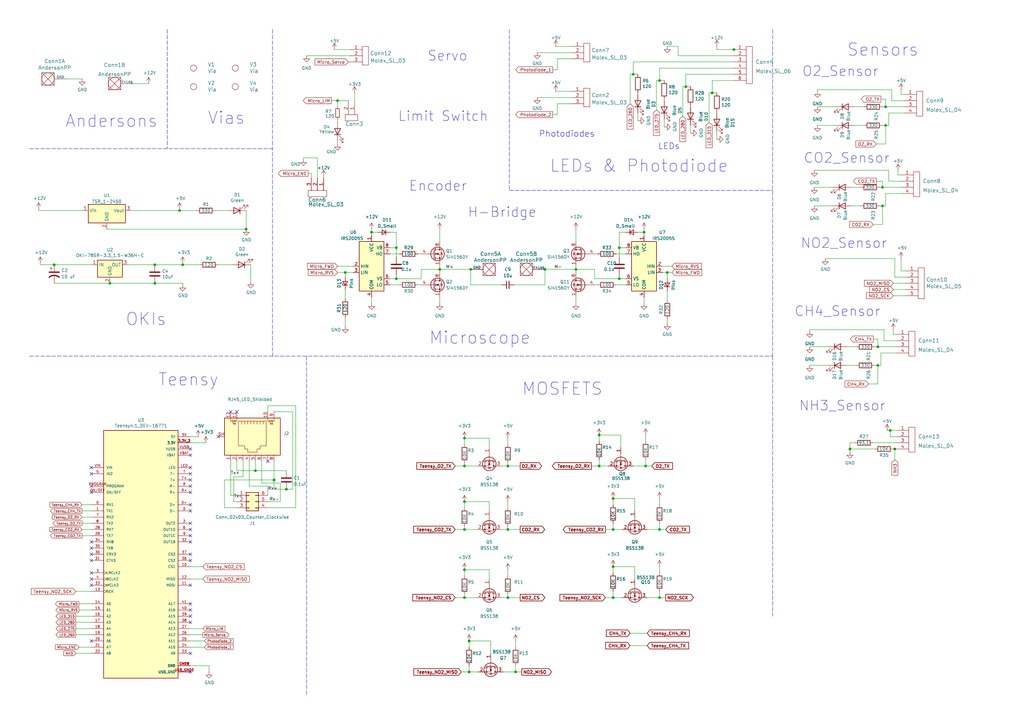
<source format=kicad_sch>
(kicad_sch (version 20211123) (generator eeschema)
  (paper "A3")
  (junction (at 254 114.3))
  (junction (at 45.085 116.205))
  (junction (at 22.225 108.585))
  (junction (at 245.745 191.135))
  (junction (at 270.51 245.11))
  (junction (at 208.28 191.135))
  (junction (at 190.5 205.74))
  (junction (at 236.22 110.49))
  (junction (at 251.46 245.11))
  (junction (at 300.99 20.32))
  (junction (at 117.475 200.66))
  (junction (at 193.04 110.49))
  (junction (at 152.4 95.25))
  (junction (at 361.95 76.835))
  (junction (at 281.305 35.56))
  (junction (at 211.455 275.59))
  (junction (at 138.43 41.275))
  (junction (at 251.46 232.41))
  (junction (at 360.045 149.86))
  (junction (at 273.685 111.76))
  (junction (at 73.66 86.36))
  (junction (at 363.22 51.435))
  (junction (at 162.56 101.6))
  (junction (at 363.22 43.815))
  (junction (at 270.51 33.02))
  (junction (at 63.5 116.205))
  (junction (at 100.965 93.98))
  (junction (at 180.34 110.49))
  (junction (at 264.795 191.135))
  (junction (at 104.775 193.04))
  (junction (at 190.5 191.135))
  (junction (at 361.95 84.455))
  (junction (at 190.5 179.705))
  (junction (at 251.46 217.17))
  (junction (at 254 101.6))
  (junction (at 348.615 184.15))
  (junction (at 270.51 217.17))
  (junction (at 141.605 111.76))
  (junction (at 192.405 262.89))
  (junction (at 190.5 245.11))
  (junction (at 63.5 108.585))
  (junction (at 74.93 108.585))
  (junction (at 190.5 233.68))
  (junction (at 245.745 178.435))
  (junction (at 365.125 176.53))
  (junction (at 367.03 184.15))
  (junction (at 208.28 217.17))
  (junction (at 208.28 245.11))
  (junction (at 292.1 38.1))
  (junction (at 190.5 217.17))
  (junction (at 192.405 275.59))
  (junction (at 264.16 95.25))
  (junction (at 162.56 114.3))
  (junction (at 251.46 204.47))
  (junction (at 112.395 196.85))
  (junction (at 360.045 142.24))
  (junction (at 223.52 110.49))
  (junction (at 259.715 30.48))
  (no_connect (at 78.105 252.73))
  (no_connect (at 78.105 247.65))
  (no_connect (at 37.465 240.03))
  (no_connect (at 78.105 229.87))
  (no_connect (at 94.615 168.91))
  (no_connect (at 97.155 168.91))
  (no_connect (at 78.105 250.19))
  (no_connect (at 37.465 194.31))
  (no_connect (at 37.465 201.93))
  (no_connect (at 78.105 227.33))
  (no_connect (at 78.105 191.77))
  (no_connect (at 78.105 207.01))
  (no_connect (at 78.105 222.25))
  (no_connect (at 37.465 224.79))
  (no_connect (at 37.465 191.77))
  (no_connect (at 37.465 262.89))
  (no_connect (at 78.105 184.15))
  (no_connect (at 78.105 201.93))
  (no_connect (at 37.465 237.49))
  (no_connect (at 78.105 186.69))
  (no_connect (at 78.105 214.63))
  (no_connect (at 78.105 196.85))
  (no_connect (at 37.465 199.39))
  (no_connect (at 78.105 219.71))
  (no_connect (at 78.105 194.31))
  (no_connect (at 78.105 209.55))
  (no_connect (at 78.105 255.27))
  (no_connect (at 78.105 240.03))
  (no_connect (at 109.855 189.23))
  (no_connect (at 78.105 275.59))
  (no_connect (at 78.105 217.17))
  (no_connect (at 89.535 179.07))
  (no_connect (at 37.465 222.25))
  (no_connect (at 78.105 267.97))
  (no_connect (at 37.465 227.33))
  (no_connect (at 37.465 234.95))
  (no_connect (at 78.105 199.39))
  (no_connect (at 37.465 229.87))
  (wire (pts (xy 172.72 114.3) (xy 172.72 110.49)))
  (wire (pts (xy 171.45 104.14) (xy 172.72 104.14)))
  (wire (pts (xy 74.93 108.585) (xy 81.915 108.585)))
  (wire (pts (xy 31.115 252.73) (xy 37.465 252.73)))
  (wire (pts (xy 369.57 38.735) (xy 369.57 36.83)))
  (wire (pts (xy 138.43 111.76) (xy 141.605 111.76)))
  (polyline (pts (xy 12.065 60.96) (xy 111.76 60.96)))
  (wire (pts (xy 192.405 273.05) (xy 192.405 275.59)))
  (wire (pts (xy 211.455 262.89) (xy 211.455 265.43)))
  (wire (pts (xy 358.14 92.075) (xy 361.95 92.075)))
  (wire (pts (xy 226.695 28.575) (xy 228.6 28.575)))
  (wire (pts (xy 121.285 208.28) (xy 121.285 166.37)))
  (wire (pts (xy 280.035 35.56) (xy 281.305 35.56)))
  (wire (pts (xy 280.035 47.625) (xy 280.035 35.56)))
  (wire (pts (xy 211.455 275.59) (xy 213.995 275.59)))
  (wire (pts (xy 112.395 168.91) (xy 120.015 168.91)))
  (wire (pts (xy 281.305 30.48) (xy 300.99 30.48)))
  (wire (pts (xy 211.455 273.05) (xy 211.455 275.59)))
  (wire (pts (xy 371.475 116.205) (xy 366.395 116.205)))
  (wire (pts (xy 83.82 265.43) (xy 78.105 265.43)))
  (wire (pts (xy 228.6 24.13) (xy 228.6 28.575)))
  (wire (pts (xy 254 114.3) (xy 243.84 114.3)))
  (wire (pts (xy 292.1 33.02) (xy 292.1 38.1)))
  (wire (pts (xy 92.075 196.85) (xy 112.395 196.85)))
  (wire (pts (xy 142.875 41.91) (xy 142.875 41.275)))
  (wire (pts (xy 180.34 110.49) (xy 180.34 111.76)))
  (wire (pts (xy 365.125 179.07) (xy 367.665 179.07)))
  (wire (pts (xy 208.28 179.705) (xy 208.28 182.245)))
  (wire (pts (xy 332.105 142.24) (xy 339.725 142.24)))
  (wire (pts (xy 228.6 42.545) (xy 228.6 46.99)))
  (wire (pts (xy 22.225 116.205) (xy 45.085 116.205)))
  (wire (pts (xy 242.57 191.135) (xy 245.745 191.135)))
  (wire (pts (xy 264.16 95.25) (xy 264.16 96.52)))
  (wire (pts (xy 31.115 260.35) (xy 37.465 260.35)))
  (wire (pts (xy 347.345 149.86) (xy 351.155 149.86)))
  (wire (pts (xy 332.105 135.255) (xy 332.105 135.89)))
  (wire (pts (xy 53.975 86.36) (xy 73.66 86.36)))
  (wire (pts (xy 205.74 191.135) (xy 208.28 191.135)))
  (wire (pts (xy 117.475 200.66) (xy 112.395 200.66)))
  (wire (pts (xy 248.285 245.11) (xy 251.46 245.11)))
  (wire (pts (xy 370.84 46.355) (xy 364.49 46.355)))
  (wire (pts (xy 363.22 40.64) (xy 363.22 43.815)))
  (wire (pts (xy 261.62 49.53) (xy 261.62 46.355)))
  (wire (pts (xy 180.34 93.98) (xy 180.34 99.06)))
  (wire (pts (xy 370.84 41.275) (xy 365.76 41.275)))
  (wire (pts (xy 33.655 214.63) (xy 37.465 214.63)))
  (wire (pts (xy 261.62 30.48) (xy 259.715 30.48)))
  (wire (pts (xy 94.615 203.2) (xy 94.615 189.23)))
  (wire (pts (xy 195.58 191.135) (xy 190.5 191.135)))
  (wire (pts (xy 45.085 116.205) (xy 63.5 116.205)))
  (wire (pts (xy 252.73 104.14) (xy 256.54 104.14)))
  (wire (pts (xy 236.22 109.22) (xy 236.22 110.49)))
  (wire (pts (xy 192.405 275.59) (xy 196.215 275.59)))
  (wire (pts (xy 107.315 198.12) (xy 107.315 189.23)))
  (wire (pts (xy 349.25 84.455) (xy 353.06 84.455)))
  (wire (pts (xy 138.43 41.275) (xy 138.43 43.815)))
  (polyline (pts (xy 68.58 12.065) (xy 68.58 60.96)))
  (wire (pts (xy 193.04 116.84) (xy 193.04 110.49)))
  (wire (pts (xy 228.6 24.13) (xy 234.315 24.13)))
  (wire (pts (xy 248.285 217.17) (xy 251.46 217.17)))
  (wire (pts (xy 193.04 116.84) (xy 205.74 116.84)))
  (wire (pts (xy 15.875 86.36) (xy 15.875 85.725)))
  (wire (pts (xy 254.635 178.435) (xy 245.745 178.435)))
  (wire (pts (xy 362.585 139.7) (xy 362.585 135.255)))
  (wire (pts (xy 294.005 20.32) (xy 300.99 20.32)))
  (wire (pts (xy 114.935 198.12) (xy 107.315 198.12)))
  (wire (pts (xy 37.465 207.01) (xy 33.655 207.01)))
  (wire (pts (xy 254 95.25) (xy 256.54 95.25)))
  (wire (pts (xy 273.685 130.81) (xy 273.685 132.715)))
  (wire (pts (xy 270.51 217.17) (xy 273.05 217.17)))
  (wire (pts (xy 97.155 208.28) (xy 92.075 208.28)))
  (wire (pts (xy 256.54 101.6) (xy 254 101.6)))
  (wire (pts (xy 294.005 57.15) (xy 294.005 53.975)))
  (wire (pts (xy 152.4 95.25) (xy 152.4 96.52)))
  (wire (pts (xy 190.5 233.68) (xy 190.5 236.22)))
  (wire (pts (xy 208.28 245.11) (xy 208.28 243.84)))
  (polyline (pts (xy 316.865 12.065) (xy 316.865 146.05)))
  (wire (pts (xy 360.045 149.86) (xy 358.775 149.86)))
  (wire (pts (xy 162.56 113.03) (xy 162.56 114.3)))
  (wire (pts (xy 371.475 111.125) (xy 369.57 111.125)))
  (wire (pts (xy 243.84 104.14) (xy 245.11 104.14)))
  (wire (pts (xy 273.685 119.38) (xy 273.685 123.19)))
  (wire (pts (xy 251.46 217.17) (xy 255.27 217.17)))
  (wire (pts (xy 208.28 233.68) (xy 208.28 236.22)))
  (wire (pts (xy 141.605 111.76) (xy 141.605 113.665)))
  (wire (pts (xy 172.72 110.49) (xy 180.34 110.49)))
  (wire (pts (xy 369.57 111.125) (xy 369.57 106.045)))
  (wire (pts (xy 208.28 217.17) (xy 213.36 217.17)))
  (wire (pts (xy 361.315 144.78) (xy 361.315 149.86)))
  (wire (pts (xy 160.02 104.14) (xy 163.83 104.14)))
  (wire (pts (xy 190.5 179.705) (xy 190.5 182.245)))
  (wire (pts (xy 78.105 257.81) (xy 83.185 257.81)))
  (wire (pts (xy 264.795 191.135) (xy 267.335 191.135)))
  (wire (pts (xy 358.775 142.24) (xy 360.045 142.24)))
  (wire (pts (xy 37.465 242.57) (xy 31.115 242.57)))
  (wire (pts (xy 278.13 19.05) (xy 278.13 22.86)))
  (wire (pts (xy 37.465 250.19) (xy 32.385 250.19)))
  (wire (pts (xy 200.66 183.515) (xy 200.66 179.705)))
  (wire (pts (xy 369.57 79.375) (xy 363.22 79.375)))
  (wire (pts (xy 254.635 183.515) (xy 254.635 178.435)))
  (wire (pts (xy 31.115 267.97) (xy 37.465 267.97)))
  (wire (pts (xy 290.83 38.1) (xy 292.1 38.1)))
  (wire (pts (xy 368.3 71.755) (xy 368.3 69.85)))
  (wire (pts (xy 125.73 22.86) (xy 143.51 22.86)))
  (wire (pts (xy 278.13 22.86) (xy 300.99 22.86)))
  (wire (pts (xy 95.885 205.74) (xy 95.885 195.58)))
  (wire (pts (xy 251.46 245.11) (xy 255.27 245.11)))
  (wire (pts (xy 348.615 181.61) (xy 348.615 184.15)))
  (wire (pts (xy 27.305 32.385) (xy 33.655 32.385)))
  (wire (pts (xy 245.745 191.135) (xy 249.555 191.135)))
  (wire (pts (xy 228.6 42.545) (xy 234.315 42.545)))
  (wire (pts (xy 254 101.6) (xy 254 105.41)))
  (wire (pts (xy 358.14 139.065) (xy 360.045 139.065)))
  (wire (pts (xy 259.715 25.4) (xy 300.99 25.4)))
  (wire (pts (xy 109.855 199.39) (xy 102.235 199.39)))
  (wire (pts (xy 270.51 245.11) (xy 265.43 245.11)))
  (wire (pts (xy 138.43 57.785) (xy 138.43 59.055)))
  (wire (pts (xy 33.655 219.71) (xy 37.465 219.71)))
  (wire (pts (xy 273.685 19.05) (xy 278.13 19.05)))
  (wire (pts (xy 259.715 25.4) (xy 259.715 30.48)))
  (wire (pts (xy 270.51 232.41) (xy 270.51 234.95)))
  (wire (pts (xy 138.43 41.275) (xy 142.875 41.275)))
  (wire (pts (xy 361.95 74.295) (xy 361.95 76.835)))
  (wire (pts (xy 84.455 181.61) (xy 78.105 181.61)))
  (wire (pts (xy 359.41 74.295) (xy 361.95 74.295)))
  (wire (pts (xy 283.21 43.815) (xy 283.21 43.18)))
  (wire (pts (xy 243.84 114.3) (xy 243.84 110.49)))
  (wire (pts (xy 292.1 33.02) (xy 300.99 33.02)))
  (wire (pts (xy 92.075 208.28) (xy 92.075 196.85)))
  (wire (pts (xy 281.305 30.48) (xy 281.305 35.56)))
  (wire (pts (xy 260.35 204.47) (xy 251.46 204.47)))
  (wire (pts (xy 236.22 110.49) (xy 223.52 110.49)))
  (wire (pts (xy 37.465 247.65) (xy 32.385 247.65)))
  (wire (pts (xy 132.715 73.025) (xy 132.715 72.39)))
  (wire (pts (xy 364.49 51.435) (xy 363.22 51.435)))
  (wire (pts (xy 112.395 200.66) (xy 112.395 196.85)))
  (wire (pts (xy 236.22 121.92) (xy 236.22 124.46)))
  (wire (pts (xy 210.82 116.84) (xy 223.52 116.84)))
  (wire (pts (xy 363.22 43.815) (xy 370.84 43.815)))
  (wire (pts (xy 130.175 64.77) (xy 124.46 64.77)))
  (wire (pts (xy 43.815 93.98) (xy 100.965 93.98)))
  (wire (pts (xy 152.4 93.98) (xy 152.4 95.25)))
  (wire (pts (xy 141.605 111.76) (xy 144.78 111.76)))
  (wire (pts (xy 335.28 51.435) (xy 342.9 51.435)))
  (wire (pts (xy 358.14 181.61) (xy 367.665 181.61)))
  (wire (pts (xy 31.115 257.81) (xy 37.465 257.81)))
  (wire (pts (xy 264.16 93.98) (xy 264.16 95.25)))
  (wire (pts (xy 272.415 41.275) (xy 272.415 40.64)))
  (wire (pts (xy 127.635 71.12) (xy 127.635 73.025)))
  (wire (pts (xy 200.66 179.705) (xy 190.5 179.705)))
  (wire (pts (xy 120.015 200.66) (xy 117.475 200.66)))
  (wire (pts (xy 109.855 203.2) (xy 109.855 199.39)))
  (wire (pts (xy 141.605 130.175) (xy 141.605 133.985)))
  (wire (pts (xy 121.285 166.37) (xy 109.855 166.37)))
  (wire (pts (xy 271.78 109.22) (xy 275.59 109.22)))
  (wire (pts (xy 200.66 205.74) (xy 190.5 205.74)))
  (wire (pts (xy 200.66 209.55) (xy 200.66 205.74)))
  (wire (pts (xy 112.395 196.85) (xy 112.395 189.23)))
  (polyline (pts (xy 111.76 12.065) (xy 111.76 146.05)))
  (wire (pts (xy 364.49 74.295) (xy 364.49 69.85)))
  (wire (pts (xy 137.16 20.32) (xy 143.51 20.32)))
  (wire (pts (xy 142.875 25.4) (xy 143.51 25.4)))
  (wire (pts (xy 258.445 259.715) (xy 265.43 259.715)))
  (wire (pts (xy 264.795 191.135) (xy 259.715 191.135)))
  (wire (pts (xy 186.69 245.11) (xy 190.5 245.11)))
  (wire (pts (xy 124.46 64.77) (xy 124.46 65.405)))
  (wire (pts (xy 359.41 59.055) (xy 363.22 59.055)))
  (wire (pts (xy 260.35 209.55) (xy 260.35 204.47)))
  (wire (pts (xy 348.615 184.15) (xy 358.775 184.15)))
  (wire (pts (xy 190.5 205.74) (xy 190.5 208.28)))
  (wire (pts (xy 130.175 64.77) (xy 130.175 73.025)))
  (wire (pts (xy 16.51 108.585) (xy 16.51 107.95)))
  (wire (pts (xy 208.28 205.74) (xy 208.28 208.28)))
  (wire (pts (xy 270.51 242.57) (xy 270.51 245.11)))
  (wire (pts (xy 102.235 189.23) (xy 102.235 199.39)))
  (wire (pts (xy 273.685 111.76) (xy 275.59 111.76)))
  (wire (pts (xy 270.51 217.17) (xy 265.43 217.17)))
  (wire (pts (xy 270.51 27.94) (xy 270.51 33.02)))
  (wire (pts (xy 138.43 48.895) (xy 138.43 50.165)))
  (wire (pts (xy 363.22 51.435) (xy 361.95 51.435)))
  (wire (pts (xy 261.62 38.735) (xy 261.62 38.1)))
  (wire (pts (xy 361.315 40.64) (xy 363.22 40.64)))
  (wire (pts (xy 95.885 195.58) (xy 99.695 195.58)))
  (wire (pts (xy 109.855 208.28) (xy 121.285 208.28)))
  (wire (pts (xy 367.665 137.16) (xy 366.395 137.16)))
  (polyline (pts (xy 208.915 12.065) (xy 208.915 78.105)))
  (wire (pts (xy 195.58 217.17) (xy 190.5 217.17)))
  (wire (pts (xy 360.045 139.065) (xy 360.045 142.24)))
  (wire (pts (xy 201.295 267.97) (xy 201.295 262.89)))
  (wire (pts (xy 261.62 95.25) (xy 264.16 95.25)))
  (wire (pts (xy 251.46 214.63) (xy 251.46 217.17)))
  (wire (pts (xy 85.725 273.05) (xy 85.725 275.59)))
  (wire (pts (xy 78.105 232.41) (xy 83.185 232.41)))
  (wire (pts (xy 254 101.6) (xy 254 95.25)))
  (wire (pts (xy 78.105 179.07) (xy 81.28 179.07)))
  (wire (pts (xy 208.28 191.135) (xy 208.28 189.865)))
  (wire (pts (xy 366.395 184.15) (xy 367.03 184.15)))
  (wire (pts (xy 272.415 52.07) (xy 272.415 48.895)))
  (wire (pts (xy 361.95 43.815) (xy 363.22 43.815)))
  (wire (pts (xy 348.615 184.15) (xy 348.615 185.42)))
  (wire (pts (xy 251.46 204.47) (xy 251.46 207.01)))
  (wire (pts (xy 104.775 193.04) (xy 117.475 193.04)))
  (wire (pts (xy 273.685 111.76) (xy 273.685 114.3)))
  (wire (pts (xy 162.56 101.6) (xy 162.56 105.41)))
  (wire (pts (xy 365.76 41.275) (xy 365.76 36.83)))
  (wire (pts (xy 97.155 205.74) (xy 95.885 205.74)))
  (wire (pts (xy 227.965 19.05) (xy 234.315 19.05)))
  (wire (pts (xy 141.605 122.555) (xy 141.605 118.745)))
  (wire (pts (xy 33.655 217.17) (xy 37.465 217.17)))
  (wire (pts (xy 294.005 46.355) (xy 294.005 45.72)))
  (wire (pts (xy 205.74 245.11) (xy 208.28 245.11)))
  (wire (pts (xy 371.475 118.745) (xy 366.395 118.745)))
  (wire (pts (xy 365.125 176.53) (xy 365.125 179.07)))
  (wire (pts (xy 356.235 157.48) (xy 360.045 157.48)))
  (wire (pts (xy 154.94 95.25) (xy 152.4 95.25)))
  (wire (pts (xy 256.54 116.84) (xy 252.73 116.84)))
  (wire (pts (xy 258.445 264.795) (xy 265.43 264.795)))
  (wire (pts (xy 369.57 71.755) (xy 368.3 71.755)))
  (wire (pts (xy 220.345 40.005) (xy 234.315 40.005)))
  (wire (pts (xy 88.265 86.36) (xy 93.345 86.36)))
  (wire (pts (xy 160.02 114.3) (xy 162.56 114.3)))
  (wire (pts (xy 367.03 184.15) (xy 367.03 188.595)))
  (wire (pts (xy 114.935 205.74) (xy 114.935 198.12)))
  (wire (pts (xy 192.405 262.89) (xy 192.405 265.43)))
  (wire (pts (xy 256.54 114.3) (xy 254 114.3)))
  (wire (pts (xy 83.185 237.49) (xy 78.105 237.49)))
  (wire (pts (xy 243.84 110.49) (xy 236.22 110.49)))
  (wire (pts (xy 227.965 37.465) (xy 234.315 37.465)))
  (wire (pts (xy 367.03 184.15) (xy 367.665 184.15)))
  (wire (pts (xy 200.66 237.49) (xy 200.66 233.68)))
  (wire (pts (xy 290.83 50.165) (xy 290.83 38.1)))
  (polyline (pts (xy 208.915 78.105) (xy 316.865 78.105)))
  (wire (pts (xy 362.585 135.255) (xy 332.105 135.255)))
  (wire (pts (xy 186.69 217.17) (xy 190.5 217.17)))
  (wire (pts (xy 201.295 262.89) (xy 192.405 262.89)))
  (wire (pts (xy 334.01 84.455) (xy 341.63 84.455)))
  (wire (pts (xy 236.22 93.98) (xy 236.22 99.06)))
  (wire (pts (xy 361.95 76.835) (xy 369.57 76.835)))
  (wire (pts (xy 97.155 203.2) (xy 94.615 203.2)))
  (wire (pts (xy 347.345 142.24) (xy 351.155 142.24)))
  (wire (pts (xy 100.965 86.36) (xy 100.965 93.98)))
  (wire (pts (xy 195.58 245.11) (xy 190.5 245.11)))
  (wire (pts (xy 367.03 113.665) (xy 367.03 106.045)))
  (wire (pts (xy 272.415 33.02) (xy 270.51 33.02)))
  (wire (pts (xy 245.745 178.435) (xy 245.745 180.975)))
  (wire (pts (xy 74.93 116.205) (xy 74.93 116.84)))
  (wire (pts (xy 16.51 108.585) (xy 22.225 108.585)))
  (wire (pts (xy 243.84 116.84) (xy 245.11 116.84)))
  (wire (pts (xy 350.52 43.815) (xy 354.33 43.815)))
  (wire (pts (xy 300.99 20.32) (xy 301.625 20.32)))
  (wire (pts (xy 180.34 121.92) (xy 180.34 124.46)))
  (wire (pts (xy 360.045 142.24) (xy 367.665 142.24)))
  (wire (pts (xy 208.28 191.135) (xy 213.36 191.135)))
  (wire (pts (xy 78.105 260.35) (xy 83.185 260.35)))
  (wire (pts (xy 160.02 101.6) (xy 162.56 101.6)))
  (wire (pts (xy 190.5 217.17) (xy 190.5 215.9)))
  (wire (pts (xy 138.43 109.22) (xy 144.78 109.22)))
  (wire (pts (xy 78.105 273.05) (xy 85.725 273.05)))
  (wire (pts (xy 245.745 188.595) (xy 245.745 191.135)))
  (wire (pts (xy 120.015 168.91) (xy 120.015 200.66)))
  (wire (pts (xy 180.34 109.22) (xy 180.34 110.49)))
  (wire (pts (xy 171.45 116.84) (xy 172.72 116.84)))
  (wire (pts (xy 334.01 76.835) (xy 341.63 76.835)))
  (wire (pts (xy 370.84 38.735) (xy 369.57 38.735)))
  (wire (pts (xy 15.875 86.36) (xy 33.655 86.36)))
  (wire (pts (xy 369.57 74.295) (xy 364.49 74.295)))
  (wire (pts (xy 264.795 188.595) (xy 264.795 191.135)))
  (wire (pts (xy 270.51 245.11) (xy 273.05 245.11)))
  (wire (pts (xy 73.66 85.725) (xy 73.66 86.36)))
  (wire (pts (xy 37.465 255.27) (xy 31.115 255.27)))
  (wire (pts (xy 363.22 84.455) (xy 361.95 84.455)))
  (wire (pts (xy 33.655 212.09) (xy 37.465 212.09)))
  (polyline (pts (xy 125.73 146.05) (xy 125.73 285.115)))
  (wire (pts (xy 135.89 41.275) (xy 138.43 41.275)))
  (wire (pts (xy 83.82 262.89) (xy 78.105 262.89)))
  (wire (pts (xy 97.155 189.23) (xy 97.155 193.04)))
  (wire (pts (xy 63.5 116.205) (xy 74.93 116.205)))
  (wire (pts (xy 22.225 108.585) (xy 37.465 108.585)))
  (wire (pts (xy 236.22 110.49) (xy 236.22 111.76)))
  (wire (pts (xy 152.4 121.92) (xy 152.4 124.46)))
  (wire (pts (xy 60.96 34.29) (xy 54.61 34.29)))
  (wire (pts (xy 283.21 35.56) (xy 281.305 35.56)))
  (wire (pts (xy 361.95 84.455) (xy 360.68 84.455)))
  (wire (pts (xy 186.69 191.135) (xy 190.5 191.135)))
  (wire (pts (xy 109.855 166.37) (xy 109.855 168.91)))
  (wire (pts (xy 350.52 181.61) (xy 348.615 181.61)))
  (wire (pts (xy 270.51 27.94) (xy 300.99 27.94)))
  (wire (pts (xy 271.78 111.76) (xy 273.685 111.76)))
  (wire (pts (xy 104.775 193.04) (xy 104.775 189.23)))
  (wire (pts (xy 162.56 101.6) (xy 162.56 95.25)))
  (wire (pts (xy 126.365 71.12) (xy 127.635 71.12)))
  (wire (pts (xy 269.24 33.02) (xy 270.51 33.02)))
  (wire (pts (xy 363.22 59.055) (xy 363.22 51.435)))
  (wire (pts (xy 365.125 176.53) (xy 367.665 176.53)))
  (wire (pts (xy 220.345 21.59) (xy 234.315 21.59)))
  (wire (pts (xy 367.03 106.045) (xy 338.455 106.045)))
  (wire (pts (xy 371.475 113.665) (xy 367.03 113.665)))
  (wire (pts (xy 371.475 121.285) (xy 366.395 121.285)))
  (wire (pts (xy 292.1 38.1) (xy 294.005 38.1)))
  (wire (pts (xy 211.455 275.59) (xy 206.375 275.59)))
  (wire (pts (xy 349.25 76.835) (xy 353.06 76.835)))
  (wire (pts (xy 251.46 232.41) (xy 251.46 234.95)))
  (wire (pts (xy 200.66 233.68) (xy 190.5 233.68)))
  (wire (pts (xy 73.66 86.36) (xy 80.645 86.36)))
  (wire (pts (xy 360.045 157.48) (xy 360.045 149.86)))
  (wire (pts (xy 160.02 116.84) (xy 163.83 116.84)))
  (wire (pts (xy 145.415 38.1) (xy 145.415 41.91)))
  (wire (pts (xy 283.21 54.61) (xy 283.21 51.435)))
  (wire (pts (xy 208.28 217.17) (xy 208.28 215.9)))
  (wire (pts (xy 190.5 191.135) (xy 190.5 189.865)))
  (wire (pts (xy 294.005 20.32) (xy 294.005 19.05)))
  (wire (pts (xy 189.23 275.59) (xy 192.405 275.59)))
  (wire (pts (xy 365.76 36.83) (xy 335.28 36.83)))
  (wire (pts (xy 367.665 144.78) (xy 361.315 144.78)))
  (wire (pts (xy 335.28 36.83) (xy 335.28 37.465)))
  (wire (pts (xy 270.51 214.63) (xy 270.51 217.17)))
  (wire (pts (xy 37.465 265.43) (xy 32.385 265.43)))
  (wire (pts (xy 99.695 195.58) (xy 99.695 189.23)))
  (wire (pts (xy 162.56 114.3) (xy 172.72 114.3)))
  (wire (pts (xy 226.695 46.99) (xy 228.6 46.99)))
  (wire (pts (xy 350.52 51.435) (xy 354.33 51.435)))
  (wire (pts (xy 363.22 79.375) (xy 363.22 84.455)))
  (wire (pts (xy 97.155 193.04) (xy 104.775 193.04)))
  (wire (pts (xy 269.24 45.085) (xy 269.24 33.02)))
  (wire (pts (xy 367.665 139.7) (xy 362.585 139.7)))
  (wire (pts (xy 361.315 149.86) (xy 360.045 149.86)))
  (wire (pts (xy 361.95 92.075) (xy 361.95 84.455)))
  (wire (pts (xy 264.16 121.92) (xy 264.16 124.46)))
  (wire (pts (xy 360.68 76.835) (xy 361.95 76.835)))
  (wire (pts (xy 190.5 245.11) (xy 190.5 243.84)))
  (wire (pts (xy 180.34 110.49) (xy 193.04 110.49)))
  (wire (pts (xy 258.445 30.48) (xy 259.715 30.48)))
  (wire (pts (xy 63.5 108.585) (xy 74.93 108.585)))
  (wire (pts (xy 270.51 204.47) (xy 270.51 207.01)))
  (wire (pts (xy 260.35 232.41) (xy 251.46 232.41)))
  (wire (pts (xy 89.535 108.585) (xy 95.25 108.585)))
  (wire (pts (xy 335.28 43.815) (xy 342.9 43.815)))
  (wire (pts (xy 74.93 108.585) (xy 74.93 107.95)))
  (wire (pts (xy 332.105 149.86) (xy 339.725 149.86)))
  (polyline (pts (xy 12.065 146.05) (xy 316.865 146.05)))
  (wire (pts (xy 366.395 137.16) (xy 366.395 135.255)))
  (wire (pts (xy 364.49 69.85) (xy 334.01 69.85)))
  (wire (pts (xy 364.49 46.355) (xy 364.49 51.435)))
  (wire (pts (xy 363.855 176.53) (xy 365.125 176.53)))
  (polyline (pts (xy 316.865 146.05) (xy 316.865 252.73)))
  (wire (pts (xy 33.655 209.55) (xy 37.465 209.55)))
  (wire (pts (xy 254 113.03) (xy 254 114.3)))
  (wire (pts (xy 264.795 178.435) (xy 264.795 180.975)))
  (wire (pts (xy 52.705 108.585) (xy 63.5 108.585)))
  (wire (pts (xy 258.445 42.545) (xy 258.445 30.48)))
  (wire (pts (xy 223.52 116.84) (xy 223.52 110.49)))
  (wire (pts (xy 208.28 245.11) (xy 213.36 245.11)))
  (wire (pts (xy 102.87 108.585) (xy 102.87 115.57)))
  (wire (pts (xy 260.35 237.49) (xy 260.35 232.41)))
  (wire (pts (xy 205.74 217.17) (xy 208.28 217.17)))
  (wire (pts (xy 162.56 95.25) (xy 160.02 95.25)))
  (wire (pts (xy 109.855 205.74) (xy 114.935 205.74)))
  (wire (pts (xy 251.46 242.57) (xy 251.46 245.11)))
  (text "CO2_Sensor" (at 329.565 67.31 0) (effects (font (size 4 4)) (justify left bottom)))
  (text "Teensy" (at 64.77 158.75 0) (effects (font (size 5.0038 5.0038)) (justify left bottom)))
  (text "Vias" (at 85.09 51.435 0) (effects (font (size 5.0038 5.0038)) (justify left bottom)))
  (text "Microscope" (at 175.895 141.605 0) (effects (font (size 5 5)) (justify left bottom)))
  (text "Servo" (at 175.26 25.4 0) (effects (font (size 4 4)) (justify left bottom)))
  (text "CH4_Sensor" (at 325.755 130.175 0) (effects (font (size 4 4)) (justify left bottom)))
  (text "Sensors" (at 347.345 23.495 0) (effects (font (size 5.0038 5.0038)) (justify left bottom)))
  (text "Encoder" (at 167.64 78.74 0) (effects (font (size 4 4)) (justify left bottom)))
  (text "MOSFETS" (at 213.995 162.56 0) (effects (font (size 5 5)) (justify left bottom)))
  (text "Photodiodes" (at 220.98 56.515 0) (effects (font (size 2.5 2.5)) (justify left bottom)))
  (text "LEDs" (at 269.875 61.595 0) (effects (font (size 2.4892 2.4892)) (justify left bottom)))
  (text "OKIs" (at 51.435 133.985 0) (effects (font (size 5.0038 5.0038)) (justify left bottom)))
  (text "NO2_Sensor" (at 328.295 102.235 0) (effects (font (size 4 4)) (justify left bottom)))
  (text "Andersons" (at 26.67 52.705 0) (effects (font (size 5.0038 5.0038)) (justify left bottom)))
  (text "NH3_Sensor" (at 327.66 168.91 0) (effects (font (size 4 4)) (justify left bottom)))
  (text "LEDs & Photodiode" (at 225.425 71.12 0) (effects (font (size 5.0038 5.0038)) (justify left bottom)))
  (text "H-Bridge" (at 191.77 89.535 0) (effects (font (size 4 4)) (justify left bottom)))
  (text "O2_Sensor" (at 328.93 31.75 0) (effects (font (size 4 4)) (justify left bottom)))
  (text "Limit Switch" (at 163.195 50.165 0) (effects (font (size 4 4)) (justify left bottom)))
  (label "Tx-" (at 95.885 204.47 0))
  (label "Tx+" (at 94.615 194.945 0))
  (label "Rx+" (at 109.855 201.295 0))
  (label "M+" (at 182.88 110.49 0))
  (label "M-" (at 227.33 110.49 0))
  (label "Rx-" (at 110.49 205.74 0))
  (global_label "LED_280" (shape input) (at 280.035 47.625 270) (property "Intersheet References" "${INTERSHEET_REFS}" (effects hide)))
  (global_label "Teensy_O2_TX" (shape output) (at 33.655 214.63 180) (effects (font (size 0.9906 0.9906))) (property "Intersheet References" "${INTERSHEET_REFS}" (effects hide)))
  (global_label "Photodiode_1" (shape input) (at 83.82 265.43 0) (effects (font (size 0.9906 0.9906))) (property "Intersheet References" "${INTERSHEET_REFS}" (effects hide)))
  (global_label "CO2_RX" (shape input) (at 358.14 92.075 180) (property "Intersheet References" "${INTERSHEET_REFS}" (effects hide)))
  (global_label "Teensy_NO2_CS" (shape input) (at 83.185 232.41 0) (property "Intersheet References" "${INTERSHEET_REFS}" (effects hide)))
  (global_label "Photodiode_1" (shape output) (at 226.695 28.575 180) (property "Intersheet References" "${INTERSHEET_REFS}" (effects hide)))
  (global_label "Teensy_NO2_SCK" (shape input) (at 248.285 245.11 180) (effects (font bold)) (property "Intersheet References" "${INTERSHEET_REFS}" (effects hide)))
  (global_label "Teensy_CO2_RX" (shape input) (at 33.655 217.17 180) (effects (font (size 0.9906 0.9906))) (property "Intersheet References" "${INTERSHEET_REFS}" (effects hide)))
  (global_label "Teensy_NO2_CS" (shape input) (at 186.69 245.11 180) (effects (font bold)) (property "Intersheet References" "${INTERSHEET_REFS}" (effects hide)))
  (global_label "LED_275" (shape output) (at 31.115 257.81 180) (effects (font (size 0.9906 0.9906))) (property "Intersheet References" "${INTERSHEET_REFS}" (effects hide)))
  (global_label "Teensy_NO2_MISO" (shape input) (at 189.23 275.59 180) (effects (font bold)) (property "Intersheet References" "${INTERSHEET_REFS}" (effects hide)))
  (global_label "Micro_Servo" (shape output) (at 83.185 260.35 0) (effects (font (size 1 1))) (property "Intersheet References" "${INTERSHEET_REFS}" (effects hide)))
  (global_label "Teensy_NO2_MISO" (shape input) (at 83.185 237.49 0) (property "Intersheet References" "${INTERSHEET_REFS}" (effects hide)))
  (global_label "NO2_CS" (shape output) (at 213.36 245.11 0) (effects (font bold)) (property "Intersheet References" "${INTERSHEET_REFS}" (effects hide)))
  (global_label "Micro_RVS" (shape output) (at 32.385 250.19 180) (effects (font (size 1 1))) (property "Intersheet References" "${INTERSHEET_REFS}" (effects hide)))
  (global_label "Micro_LIM" (shape output) (at 135.89 41.275 180) (property "Intersheet References" "${INTERSHEET_REFS}" (effects hide)))
  (global_label "Teensy_NO2_SCK" (shape input) (at 31.115 242.57 180) (property "Intersheet References" "${INTERSHEET_REFS}" (effects hide)))
  (global_label "CH4_TX" (shape output) (at 358.14 139.065 180) (property "Intersheet References" "${INTERSHEET_REFS}" (effects hide)))
  (global_label "Teensy_CH4_RX" (shape input) (at 33.655 207.01 180) (effects (font (size 0.9906 0.9906))) (property "Intersheet References" "${INTERSHEET_REFS}" (effects hide)))
  (global_label "Teensy_CH4_TX" (shape output) (at 33.655 209.55 180) (effects (font (size 0.9906 0.9906))) (property "Intersheet References" "${INTERSHEET_REFS}" (effects hide)))
  (global_label "Micro_RVS" (shape input) (at 138.43 111.76 180) (property "Intersheet References" "${INTERSHEET_REFS}" (effects hide)))
  (global_label "CH4_RX" (shape input) (at 356.235 157.48 180) (property "Intersheet References" "${INTERSHEET_REFS}" (effects hide)))
  (global_label "Micro_FWD" (shape input) (at 138.43 109.22 180) (property "Intersheet References" "${INTERSHEET_REFS}" (effects hide)))
  (global_label "NO2_MISO" (shape input) (at 366.395 116.205 180) (property "Intersheet References" "${INTERSHEET_REFS}" (effects hide)))
  (global_label "CO2_TX" (shape output) (at 359.41 74.295 180) (property "Intersheet References" "${INTERSHEET_REFS}" (effects hide)))
  (global_label "Teensy_CO2_TX" (shape output) (at 33.655 219.71 180) (effects (font (size 0.9906 0.9906))) (property "Intersheet References" "${INTERSHEET_REFS}" (effects hide)))
  (global_label "NO2_CS" (shape input) (at 366.395 118.745 180) (property "Intersheet References" "${INTERSHEET_REFS}" (effects hide)))
  (global_label "Teensy_CO2_TX" (shape input) (at 186.69 217.17 180) (effects (font bold)) (property "Intersheet References" "${INTERSHEET_REFS}" (effects hide)))
  (global_label "Photodiode_2" (shape input) (at 83.82 262.89 0) (effects (font (size 0.9906 0.9906))) (property "Intersheet References" "${INTERSHEET_REFS}" (effects hide)))
  (global_label "Micro_RVS" (shape input) (at 275.59 109.22 0) (property "Intersheet References" "${INTERSHEET_REFS}" (effects hide)))
  (global_label "Micro_FWD" (shape input) (at 275.59 111.76 0) (property "Intersheet References" "${INTERSHEET_REFS}" (effects hide)))
  (global_label "Teensy_CH4_RX" (shape input) (at 265.43 259.715 0) (effects (font (thickness 0.254) bold)) (property "Intersheet References" "${INTERSHEET_REFS}" (effects hide)))
  (global_label "Micro_FWD" (shape output) (at 32.385 247.65 180) (effects (font (size 1 1))) (property "Intersheet References" "${INTERSHEET_REFS}" (effects hide)))
  (global_label "O2_TX" (shape input) (at 267.335 191.135 0) (effects (font bold)) (property "Intersheet References" "${INTERSHEET_REFS}" (effects hide)))
  (global_label "NH3" (shape input) (at 31.115 267.97 180) (effects (font (size 1 1))) (property "Intersheet References" "${INTERSHEET_REFS}" (effects hide)))
  (global_label "Micro_LIM" (shape input) (at 83.185 257.81 0) (effects (font (size 1 1))) (property "Intersheet References" "${INTERSHEET_REFS}" (effects hide)))
  (global_label "O2_TX" (shape output) (at 361.315 40.64 180) (property "Intersheet References" "${INTERSHEET_REFS}" (effects hide)))
  (global_label "Teensy_CO2_RX" (shape output) (at 248.285 217.17 180) (effects (font bold)) (property "Intersheet References" "${INTERSHEET_REFS}" (effects hide)))
  (global_label "NH3" (shape input) (at 367.03 188.595 270) (property "Intersheet References" "${INTERSHEET_REFS}" (effects hide)))
  (global_label "Teensy_O2_RX" (shape output) (at 242.57 191.135 180) (effects (font bold)) (property "Intersheet References" "${INTERSHEET_REFS}" (effects hide)))
  (global_label "O2_RX" (shape output) (at 213.36 191.135 0) (effects (font bold)) (property "Intersheet References" "${INTERSHEET_REFS}" (effects hide)))
  (global_label "LED_275" (shape input) (at 269.24 45.085 270) (property "Intersheet References" "${INTERSHEET_REFS}" (effects hide)))
  (global_label "CH4_TX" (shape input) (at 258.445 259.715 180) (effects (font (thickness 0.254) bold)) (property "Intersheet References" "${INTERSHEET_REFS}" (effects hide)))
  (global_label "LED_260" (shape output) (at 31.115 260.35 180) (effects (font (size 0.9906 0.9906))) (property "Intersheet References" "${INTERSHEET_REFS}" (effects hide)))
  (global_label "LED_280" (shape output) (at 31.115 255.27 180) (effects (font (size 0.9906 0.9906))) (property "Intersheet References" "${INTERSHEET_REFS}" (effects hide)))
  (global_label "LED_315" (shape input) (at 290.83 50.165 270) (property "Intersheet References" "${INTERSHEET_REFS}" (effects hide)))
  (global_label "CO2_TX" (shape input) (at 273.05 217.17 0) (effects (font bold)) (property "Intersheet References" "${INTERSHEET_REFS}" (effects hide)))
  (global_label "CH4_RX" (shape input) (at 258.445 264.795 180) (effects (font (thickness 0.254) bold)) (property "Intersheet References" "${INTERSHEET_REFS}" (effects hide)))
  (global_label "Teensy_CH4_TX" (shape input) (at 265.43 264.795 0) (effects (font (thickness 0.254) bold)) (property "Intersheet References" "${INTERSHEET_REFS}" (effects hide)))
  (global_label "LED_315" (shape output) (at 31.115 252.73 180) (effects (font (size 0.9906 0.9906))) (property "Intersheet References" "${INTERSHEET_REFS}" (effects hide)))
  (global_label "Micro_ENC" (shape output) (at 126.365 71.12 180) (property "Intersheet References" "${INTERSHEET_REFS}" (effects hide)))
  (global_label "O2_RX" (shape input) (at 359.41 59.055 180) (property "Intersheet References" "${INTERSHEET_REFS}" (effects hide)))
  (global_label "NO2_MISO" (shape output) (at 213.995 275.59 0) (effects (font bold)) (property "Intersheet References" "${INTERSHEET_REFS}" (effects hide)))
  (global_label "Micro_Servo" (shape input) (at 142.875 25.4 180) (property "Intersheet References" "${INTERSHEET_REFS}" (effects hide)))
  (global_label "LED_260" (shape input) (at 258.445 42.545 270) (property "Intersheet References" "${INTERSHEET_REFS}" (effects hide)))
  (global_label "Teensy_O2_RX" (shape input) (at 33.655 212.09 180) (effects (font (size 0.9906 0.9906))) (property "Intersheet References" "${INTERSHEET_REFS}" (effects hide)))
  (global_label "Micro_ENC" (shape input) (at 32.385 265.43 180) (effects (font (size 1 1))) (property "Intersheet References" "${INTERSHEET_REFS}" (effects hide)))
  (global_label "Photodiode_2" (shape output) (at 226.695 46.99 180) (property "Intersheet References" "${INTERSHEET_REFS}" (effects hide)))
  (global_label "CO2_RX" (shape output) (at 213.36 217.17 0) (effects (font bold)) (property "Intersheet References" "${INTERSHEET_REFS}" (effects hide)))
  (global_label "NO2_SCK" (shape input) (at 366.395 121.285 180) (property "Intersheet References" "${INTERSHEET_REFS}" (effects hide)))
  (global_label "NO2_SCK" (shape output) (at 273.05 245.11 0) (effects (font bold)) (property "Intersheet References" "${INTERSHEET_REFS}" (effects hide)))
  (global_label "Teensy_O2_TX" (shape input) (at 186.69 191.135 180) (effects (font bold)) (property "Intersheet References" "${INTERSHEET_REFS}" (effects hide)))
  (symbol (lib_id "MRDT_Connectors:AndersonPP") (at 17.145 34.925 0) (unit 1)
    (property "Reference" "Conn1" (at 22.4282 25.0952 0) (effects (font (size 1.524 1.524))))
    (property "Value" "AndersonPP" (at 22.4282 27.7876 0) (effects (font (size 1.524 1.524))))
    (property "Footprint" "MRDT_Connectors:Square_Anderson_2_H_Side_By_Side" (effects hide))
  )
  (symbol (lib_id "power:+5V") (at 73.66 85.725 0) (unit 1)
    (property "Reference" "#PWR04" (effects hide))
    (property "Value" "+5V" (at 74.041 81.3308 0))
  )
  (symbol (lib_id "power:+3V3") (at 74.93 107.95 0) (unit 1)
    (property "Reference" "#PWR06" (effects hide))
    (property "Value" "+3V3" (at 75.311 103.5558 0))
  )
  (symbol (lib_id "MRDT_Drill_Holes:Via") (at 79.375 27.94 0) (unit 1)
    (property "Reference" "V1" (at 85.1662 26.4668 0) (effects (font (size 1.524 1.524)) (justify left)))
    (property "Value" "Via" (at 85.1662 29.1592 0) (effects (font (size 1.524 1.524)) (justify left)))
    (property "Footprint" "MRDT_Drill_Holes:4_40_Hole" (effects hide))
  )
  (symbol (lib_id "power:+12V") (at 60.96 34.29 0) (unit 1)
    (property "Reference" "#PWR08" (effects hide))
    (property "Value" "+12V" (at 61.341 29.8958 0))
  )
  (symbol (lib_id "power:GND") (at 33.655 32.385 0) (unit 1)
    (property "Reference" "#PWR03" (effects hide))
    (property "Value" "GND" (at 33.782 36.7792 0))
  )
  (symbol (lib_id "MRDT_Drill_Holes:Via") (at 96.52 27.94 0) (unit 1)
    (property "Reference" "V3" (at 102.3112 26.4668 0) (effects (font (size 1.524 1.524)) (justify left)))
    (property "Value" "Via" (at 102.3112 29.1592 0) (effects (font (size 1.524 1.524)) (justify left)))
    (property "Footprint" "MRDT_Drill_Holes:4_40_Hole" (effects hide))
  )
  (symbol (lib_id "MRDT_Drill_Holes:Via") (at 79.375 35.56 0) (unit 1)
    (property "Reference" "V2" (at 85.1662 34.0868 0) (effects (font (size 1.524 1.524)) (justify left)))
    (property "Value" "Via" (at 85.1662 36.7792 0) (effects (font (size 1.524 1.524)) (justify left)))
    (property "Footprint" "MRDT_Drill_Holes:4_40_Hole" (effects hide))
  )
  (symbol (lib_id "MRDT_Drill_Holes:Via") (at 96.52 35.56 0) (unit 1)
    (property "Reference" "V4" (at 102.3112 34.0868 0) (effects (font (size 1.524 1.524)) (justify left)))
    (property "Value" "Via" (at 102.3112 36.7792 0) (effects (font (size 1.524 1.524)) (justify left)))
    (property "Footprint" "MRDT_Drill_Holes:4_40_Hole" (effects hide))
  )
  (symbol (lib_id "Converter_DCDC:OKI-78SR-3.3_1.5-W36H-C") (at 45.085 108.585 0) (unit 1)
    (property "Reference" "U2" (at 45.085 102.4382 0))
    (property "Value" "OKI-78SR-3.3_1.5-W36H-C" (at 45.085 104.7496 0))
    (property "Footprint" "MRDT_Devices:OKI_Horizontal" (effects hide))
    (property "Datasheet" "https://power.murata.com/data/power/oki-78sr.pdf" (effects hide))
  )
  (symbol (lib_id "Device:C") (at 63.5 112.395 0) (unit 1)
    (property "Reference" "C4" (at 66.421 111.2266 0) (effects (justify left)))
    (property "Value" "10uF" (at 66.421 113.538 0) (effects (justify left)))
    (property "Footprint" "Capacitor_SMD:C_0603_1608Metric_Pad1.08x0.95mm_HandSolder" (effects hide))
  )
  (symbol (lib_id "power:+12V") (at 15.875 85.725 0) (unit 1)
    (property "Reference" "#PWR01" (effects hide))
    (property "Value" "+12V" (at 16.256 81.3308 0))
  )
  (symbol (lib_id "power:+12V") (at 16.51 107.95 0) (unit 1)
    (property "Reference" "#PWR02" (effects hide))
    (property "Value" "+12V" (at 16.891 103.5558 0))
  )
  (symbol (lib_id "power:GND") (at 74.93 116.84 0) (unit 1)
    (property "Reference" "#PWR07" (effects hide))
    (property "Value" "GND" (at 75.057 121.2342 0))
  )
  (symbol (lib_id "Device:R") (at 84.455 86.36 270) (unit 1)
    (property "Reference" "R1" (at 84.455 83.82 90))
    (property "Value" "330" (at 84.455 86.36 90))
    (property "Footprint" "Resistor_SMD:R_0603_1608Metric_Pad0.98x0.95mm_HandSolder" (effects hide))
  )
  (symbol (lib_id "Device:R") (at 85.725 108.585 270) (unit 1)
    (property "Reference" "R2" (at 85.725 106.045 90))
    (property "Value" "120" (at 85.725 108.585 90))
    (property "Footprint" "Resistor_SMD:R_0603_1608Metric_Pad0.98x0.95mm_HandSolder" (effects hide))
  )
  (symbol (lib_id "Device:LED") (at 97.155 86.36 180) (unit 1)
    (property "Reference" "D1" (at 97.3328 79.883 0))
    (property "Value" "Green" (at 97.3328 82.1944 0))
    (property "Footprint" "LED_SMD:LED_0603_1608Metric_Pad1.05x0.95mm_HandSolder" (effects hide))
  )
  (symbol (lib_id "Device:LED") (at 99.06 108.585 180) (unit 1)
    (property "Reference" "D2" (at 99.2378 102.108 0))
    (property "Value" "Green" (at 99.2378 104.4194 0))
    (property "Footprint" "LED_SMD:LED_0603_1608Metric_Pad1.05x0.95mm_HandSolder" (effects hide))
  )
  (symbol (lib_id "power:GND") (at 100.965 93.98 0) (unit 1)
    (property "Reference" "#PWR09" (effects hide))
    (property "Value" "GND" (at 101.092 98.3742 0))
  )
  (symbol (lib_id "power:GND") (at 102.87 115.57 0) (unit 1)
    (property "Reference" "#PWR010" (effects hide))
    (property "Value" "GND" (at 102.997 119.9642 0))
  )
  (symbol (lib_id "Device:LED") (at 283.21 47.625 90) (unit 1)
    (property "Reference" "D10" (at 289.687 47.8028 0))
    (property "Value" "Blue" (at 287.3756 47.8028 0))
    (property "Footprint" "LED_SMD:LED_0603_1608Metric_Pad1.05x0.95mm_HandSolder" (effects hide))
  )
  (symbol (lib_id "Device:D_Small") (at 157.48 95.25 0) (mirror y) (unit 1)
    (property "Reference" "D11" (at 158.75 90.17 0))
    (property "Value" "D_Small" (at 158.75 92.71 0))
    (property "Footprint" "Diode_SMD:D_0603_1608Metric_Pad1.05x0.95mm_HandSolder" (effects hide))
  )
  (symbol (lib_id "Device:LED") (at 272.415 45.085 90) (unit 1)
    (property "Reference" "D5" (at 278.892 45.2628 0))
    (property "Value" "Blue" (at 276.5806 45.2628 0))
    (property "Footprint" "LED_SMD:LED_0603_1608Metric_Pad1.05x0.95mm_HandSolder" (effects hide))
  )
  (symbol (lib_id "Device:LED") (at 345.44 84.455 0) (unit 1)
    (property "Reference" "D7" (at 344.17 88.265 90))
    (property "Value" "Blue" (at 346.71 88.265 90))
    (property "Footprint" "LED_SMD:LED_0603_1608Metric_Pad1.05x0.95mm_HandSolder" (effects hide))
  )
  (symbol (lib_id "power:+3V3") (at 192.405 262.89 0) (unit 1)
    (property "Reference" "#PWR029" (effects hide))
    (property "Value" "+3V3" (at 192.405 257.81 0))
  )
  (symbol (lib_id "Device:LED") (at 138.43 53.975 90) (unit 1)
    (property "Reference" "D4" (at 133.985 52.07 90))
    (property "Value" "Yellow" (at 133.985 53.975 90))
    (property "Footprint" "LED_SMD:LED_0603_1608Metric_Pad1.05x0.95mm_HandSolder" (effects hide))
  )
  (symbol (lib_id "power:+5V") (at 369.57 106.045 0) (unit 1)
    (property "Reference" "#PWR056" (effects hide))
    (property "Value" "+5V" (at 369.951 101.6508 0))
  )
  (symbol (lib_id "Device:R") (at 192.405 269.24 0) (unit 1)
    (property "Reference" "R12" (at 193.675 267.97 0) (effects (justify left)))
    (property "Value" "10K" (at 192.405 271.78 90) (effects (justify left)))
    (property "Footprint" "Resistor_SMD:R_0603_1608Metric_Pad0.98x0.95mm_HandSolder" (effects hide))
  )
  (symbol (lib_id "Transistor_FET:FDS2734") (at 177.8 116.84 0) (unit 1)
    (property "Reference" "Q2" (at 182.88 115.57 0) (effects (justify left)))
    (property "Value" "SI4156DY" (at 182.88 118.11 0) (effects (justify left)))
    (property "Footprint" "Package_SO:SOIC-8_3.9x4.9mm_P1.27mm" (effects hide))
    (property "Datasheet" "https://www.onsemi.com/pdf/datasheet/fds8896-d.pdf" (effects hide))
  )
  (symbol (lib_id "Device:R_Small") (at 138.43 46.355 0) (unit 1)
    (property "Reference" "R7" (at 133.35 45.72 0) (effects (justify left)))
    (property "Value" "120" (at 133.35 47.625 0) (effects (justify left)))
    (property "Footprint" "Resistor_SMD:R_0603_1608Metric_Pad0.98x0.95mm_HandSolder" (effects hide))
  )
  (symbol (lib_id "power:GND") (at 85.725 275.59 0) (unit 1)
    (property "Reference" "#PWR012" (effects hide))
    (property "Value" "GND" (at 85.852 279.9842 0))
  )
  (symbol (lib_id "Device:R") (at 167.64 116.84 90) (unit 1)
    (property "Reference" "R30" (at 167.64 119.38 90))
    (property "Value" "100" (at 167.64 116.84 90))
    (property "Footprint" "Resistor_SMD:R_0603_1608Metric_Pad0.98x0.95mm_HandSolder" (effects hide))
  )
  (symbol (lib_id "power:GND") (at 334.01 84.455 0) (unit 1)
    (property "Reference" "#PWR046" (effects hide))
    (property "Value" "GND" (at 334.01 89.535 0))
  )
  (symbol (lib_id "power:+5V") (at 264.795 178.435 0) (unit 1)
    (property "Reference" "#PWR040" (effects hide))
    (property "Value" "+5V" (at 264.795 173.355 0))
  )
  (symbol (lib_id "Device:R") (at 251.46 210.82 0) (unit 1)
    (property "Reference" "R15" (at 252.73 209.55 0) (effects (justify left)))
    (property "Value" "10K" (at 251.46 213.36 90) (effects (justify left)))
    (property "Footprint" "Resistor_SMD:R_0603_1608Metric_Pad0.98x0.95mm_HandSolder" (effects hide))
  )
  (symbol (lib_id "Device:R") (at 362.585 184.15 90) (unit 1)
    (property "Reference" "R35" (at 362.585 186.69 90))
    (property "Value" "10K" (at 362.585 184.15 90))
    (property "Footprint" "Resistor_SMD:R_0603_1608Metric_Pad0.98x0.95mm_HandSolder" (effects hide))
  )
  (symbol (lib_id "power:+12V") (at 152.4 93.98 0) (unit 1)
    (property "Reference" "#PWR037" (effects hide))
    (property "Value" "+12V" (at 152.4 88.9 0))
  )
  (symbol (lib_id "Transistor_FET:FDS2734") (at 238.76 104.14 0) (mirror y) (unit 1)
    (property "Reference" "Q3" (at 233.68 102.87 0) (effects (justify left)))
    (property "Value" "SI4156DY" (at 233.68 105.41 0) (effects (justify left)))
    (property "Footprint" "Package_SO:SOIC-8_3.9x4.9mm_P1.27mm" (effects hide))
    (property "Datasheet" "https://www.onsemi.com/pdf/datasheet/fds8896-d.pdf" (effects hide))
  )
  (symbol (lib_id "power:+5V") (at 208.28 233.68 0) (unit 1)
    (property "Reference" "#PWR025" (effects hide))
    (property "Value" "+5V" (at 208.28 228.6 0))
  )
  (symbol (lib_id "Device:R") (at 248.92 104.14 270) (mirror x) (unit 1)
    (property "Reference" "R33" (at 248.92 101.6 90))
    (property "Value" "100" (at 248.92 104.14 90))
    (property "Footprint" "Resistor_SMD:R_0603_1608Metric_Pad0.98x0.95mm_HandSolder" (effects hide))
  )
  (symbol (lib_id "Device:R") (at 272.415 36.83 180) (unit 1)
    (property "Reference" "R8" (at 274.193 35.6616 0) (effects (justify right)))
    (property "Value" "120" (at 274.193 37.973 0) (effects (justify right)))
    (property "Footprint" "Resistor_SMD:R_0603_1608Metric_Pad0.98x0.95mm_HandSolder" (effects hide))
  )
  (symbol (lib_id "Device:Q_NMOS_GSD") (at 200.66 214.63 270) (unit 1)
    (property "Reference" "Q5" (at 200.66 222.25 90))
    (property "Value" "BSS138" (at 200.66 224.79 90))
    (property "Footprint" "Package_TO_SOT_SMD:SOT-323_SC-70_Handsoldering" (effects hide))
  )
  (symbol (lib_id "power:+5V") (at 137.16 20.32 0) (unit 1)
    (property "Reference" "#PWR016" (effects hide))
    (property "Value" "+5V" (at 137.16 16.7442 0))
  )
  (symbol (lib_id "power:+5V") (at 366.395 135.255 0) (unit 1)
    (property "Reference" "#PWR0108" (effects hide))
    (property "Value" "+5V" (at 366.395 131.445 0))
  )
  (symbol (lib_id "power:+3V3") (at 190.5 205.74 0) (unit 1)
    (property "Reference" "#PWR018" (effects hide))
    (property "Value" "+3V3" (at 190.5 200.66 0))
  )
  (symbol (lib_id "Device:R") (at 356.87 76.835 90) (unit 1)
    (property "Reference" "R22" (at 358.14 80.645 0))
    (property "Value" "330" (at 356.87 76.835 90))
    (property "Footprint" "Resistor_SMD:R_0603_1608Metric_Pad0.98x0.95mm_HandSolder" (effects hide))
  )
  (symbol (lib_id "MRDT_Shields:Teensy4.1_DEV-16771") (at 57.785 227.33 0) (unit 1)
    (property "Reference" "U3" (at 57.785 172.2882 0))
    (property "Value" "Teensy4.1_DEV-16771" (at 57.785 174.5996 0))
    (property "Footprint" "MRDT_Shields:Teensy_4_1" (effects hide))
    (property "STANDARD" "Manufacturer recommendations" (effects hide))
    (property "MAXIMUM_PACKAGE_HEIGHT" "4.07mm" (effects hide))
    (property "MANUFACTURER" "SparkFun Electronics" (effects hide))
    (property "PARTREV" "4.1" (effects hide))
  )
  (symbol (lib_id "MRDT_Connectors:Molex_SL_04") (at 372.745 146.05 0) (unit 1)
    (property "Reference" "Conn11" (at 376.555 139.7 0) (effects (font (size 1.524 1.524)) (justify left)))
    (property "Value" "Molex_SL_04" (at 376.555 143.51 0) (effects (font (size 1.524 1.524)) (justify left)))
    (property "Footprint" "MRDT_Connectors:MOLEX_SL_04_Horizontal" (effects hide))
  )
  (symbol (lib_id "power:+5V") (at 369.57 36.83 0) (unit 1)
    (property "Reference" "#PWR055" (effects hide))
    (property "Value" "+5V" (at 369.57 33.02 0))
  )
  (symbol (lib_id "power:GND") (at 332.105 142.24 0) (unit 1)
    (property "Reference" "#PWR0102" (effects hide))
    (property "Value" "GND" (at 332.105 147.32 0))
  )
  (symbol (lib_id "Device:R") (at 264.795 184.785 0) (unit 1)
    (property "Reference" "R17" (at 266.065 183.515 0) (effects (justify left)))
    (property "Value" "10K" (at 264.795 187.325 90) (effects (justify left)))
    (property "Footprint" "Resistor_SMD:R_0603_1608Metric_Pad0.98x0.95mm_HandSolder" (effects hide))
  )
  (symbol (lib_id "Driver_FET:IRS2005S") (at 264.16 109.22 0) (mirror y) (unit 1)
    (property "Reference" "U7" (at 273.05 95.25 0) (effects (justify left)))
    (property "Value" "IRS2005S" (at 276.86 97.79 0) (effects (justify left)))
    (property "Footprint" "Package_SO:SOIC-8_3.9x4.9mm_P1.27mm" (effects hide))
    (property "Datasheet" "https://www.digikey.com/en/products/detail/infineon-technologies/IRS2005STRPBF/6131392" (effects hide))
  )
  (symbol (lib_id "MRDT_Connectors:Molex_SL_02") (at 141.605 46.99 270) (unit 1)
    (property "Reference" "Conn3" (at 141.605 50.8 90) (effects (font (size 1.524 1.524)) (justify left)))
    (property "Value" "Molex_SL_02" (effects hide))
    (property "Footprint" "MRDT_Connectors:MOLEX_SL_02_Horizontal" (effects hide))
  )
  (symbol (lib_id "power:GND") (at 125.73 22.86 0) (unit 1)
    (property "Reference" "#PWR013" (effects hide))
    (property "Value" "GND" (at 125.73 27.94 0))
  )
  (symbol (lib_id "Device:Q_NMOS_GSD") (at 201.295 273.05 270) (unit 1)
    (property "Reference" "Q7" (at 206.375 269.875 90))
    (property "Value" "BSS138" (at 205.74 267.335 90))
    (property "Footprint" "Package_TO_SOT_SMD:SOT-323_SC-70_Handsoldering" (effects hide))
  )
  (symbol (lib_id "Device:LED") (at 261.62 42.545 90) (unit 1)
    (property "Reference" "D3" (at 268.097 42.7228 0))
    (property "Value" "Blue" (at 265.7856 42.7228 0))
    (property "Footprint" "LED_SMD:LED_0603_1608Metric_Pad1.05x0.95mm_HandSolder" (effects hide))
  )
  (symbol (lib_id "power:+5V") (at 368.3 69.85 0) (unit 1)
    (property "Reference" "#PWR054" (effects hide))
    (property "Value" "+5V" (at 368.3 66.04 0))
  )
  (symbol (lib_id "power:GND") (at 236.22 124.46 0) (unit 1)
    (property "Reference" "#PWR065" (effects hide))
    (property "Value" "GND" (at 236.22 129.54 0))
  )
  (symbol (lib_id "power:+5V") (at 270.51 204.47 0) (unit 1)
    (property "Reference" "#PWR041" (effects hide))
    (property "Value" "+5V" (at 270.51 199.39 0))
  )
  (symbol (lib_id "Transistor_FET:FDS2734") (at 177.8 104.14 0) (unit 1)
    (property "Reference" "Q1" (at 182.88 102.87 0) (effects (justify left)))
    (property "Value" "SI4156DY" (at 182.88 105.41 0) (effects (justify left)))
    (property "Footprint" "Package_SO:SOIC-8_3.9x4.9mm_P1.27mm" (effects hide))
    (property "Datasheet" "https://www.onsemi.com/pdf/datasheet/fds8896-d.pdf" (effects hide))
  )
  (symbol (lib_id "Device:R") (at 294.005 41.91 180) (unit 1)
    (property "Reference" "R20" (at 295.783 40.7416 0) (effects (justify right)))
    (property "Value" "120" (at 295.783 43.053 0) (effects (justify right)))
    (property "Footprint" "Resistor_SMD:R_0603_1608Metric_Pad0.98x0.95mm_HandSolder" (effects hide))
  )
  (symbol (lib_id "Device:Q_NMOS_GSD") (at 260.35 242.57 270) (unit 1)
    (property "Reference" "Q10" (at 264.795 238.76 90))
    (property "Value" "BSS138" (at 264.795 236.855 90))
    (property "Footprint" "Package_TO_SOT_SMD:SOT-323_SC-70_Handsoldering" (effects hide))
  )
  (symbol (lib_id "Device:R") (at 211.455 269.24 0) (unit 1)
    (property "Reference" "R13" (at 212.725 267.97 0) (effects (justify left)))
    (property "Value" "10K" (at 211.455 271.78 90) (effects (justify left)))
    (property "Footprint" "Resistor_SMD:R_0603_1608Metric_Pad0.98x0.95mm_HandSolder" (effects hide))
  )
  (symbol (lib_id "power:+12V") (at 132.715 72.39 0) (unit 1)
    (property "Reference" "#PWR0101" (effects hide))
    (property "Value" "+12V" (at 132.715 68.8142 0))
  )
  (symbol (lib_id "MRDT_Connectors:Molex_SL_03") (at 126.365 78.105 270) (unit 1)
    (property "Reference" "Conn6" (at 126.365 81.915 90) (effects (font (size 1.524 1.524)) (justify left)))
    (property "Value" "Molex_SL_03" (at 126.365 83.82 90) (effects (font (size 1.524 1.524)) (justify left)))
    (property "Footprint" "MRDT_Connectors:MOLEX_SL_03_Horizontal" (effects hide))
  )
  (symbol (lib_id "Device:R") (at 273.685 127 0) (mirror y) (unit 1)
    (property "Reference" "R32" (at 271.145 127 90))
    (property "Value" "120" (at 273.685 127 90))
    (property "Footprint" "Resistor_SMD:R_0603_1608Metric_Pad0.98x0.95mm_HandSolder" (effects hide))
  )
  (symbol (lib_id "Device:Q_NMOS_GSD") (at 254.635 188.595 270) (unit 1)
    (property "Reference" "Q8" (at 255.27 194.31 90))
    (property "Value" "BSS138" (at 254.635 196.215 90))
    (property "Footprint" "Package_TO_SOT_SMD:SOT-323_SC-70_Handsoldering" (effects hide))
  )
  (symbol (lib_id "Device:LED") (at 343.535 149.86 0) (unit 1)
    (property "Reference" "D17" (at 342.265 153.67 90))
    (property "Value" "Blue" (at 344.805 153.67 90))
    (property "Footprint" "LED_SMD:LED_0603_1608Metric_Pad1.05x0.95mm_HandSolder" (effects hide))
  )
  (symbol (lib_id "Device:R") (at 354.33 181.61 90) (unit 1)
    (property "Reference" "R27" (at 354.33 179.07 90))
    (property "Value" "93.1" (at 354.33 181.61 90))
    (property "Footprint" "Resistor_SMD:R_0603_1608Metric_Pad0.98x0.95mm_HandSolder" (effects hide))
  )
  (symbol (lib_id "power:+5V") (at 227.965 19.05 0) (unit 1)
    (property "Reference" "#PWR022" (effects hide))
    (property "Value" "+5V" (at 227.965 15.4742 0))
  )
  (symbol (lib_id "power:GND") (at 264.16 124.46 0) (unit 1)
    (property "Reference" "#PWR067" (effects hide))
    (property "Value" "GND" (at 264.16 129.54 0))
  )
  (symbol (lib_id "power:GND") (at 332.105 135.89 0) (unit 1)
    (property "Reference" "#PWR0107" (effects hide))
    (property "Value" "GND" (at 332.105 140.97 0))
  )
  (symbol (lib_id "Device:LED_Small") (at 141.605 116.205 90) (unit 1)
    (property "Reference" "D13" (at 139.065 116.205 0))
    (property "Value" "Pink" (at 144.145 116.205 0))
    (property "Footprint" "LED_SMD:LED_0603_1608Metric_Pad1.05x0.95mm_HandSolder" (effects hide))
  )
  (symbol (lib_id "power:+3V3") (at 251.46 204.47 0) (unit 1)
    (property "Reference" "#PWR035" (effects hide))
    (property "Value" "+3V3" (at 251.46 199.39 0))
  )
  (symbol (lib_id "Device:R") (at 354.965 142.24 90) (unit 1)
    (property "Reference" "R21" (at 356.235 146.05 0))
    (property "Value" "330" (at 354.965 142.24 90))
    (property "Footprint" "Resistor_SMD:R_0603_1608Metric_Pad0.98x0.95mm_HandSolder" (effects hide))
  )
  (symbol (lib_id "power:+5V") (at 208.28 205.74 0) (unit 1)
    (property "Reference" "#PWR024" (effects hide))
    (property "Value" "+5V" (at 208.28 200.66 0))
  )
  (symbol (lib_id "power:+12V") (at 264.16 93.98 0) (unit 1)
    (property "Reference" "#PWR066" (effects hide))
    (property "Value" "+12V" (at 264.16 88.9 0))
  )
  (symbol (lib_id "Device:R") (at 358.14 43.815 90) (unit 1)
    (property "Reference" "R24" (at 359.41 47.625 0))
    (property "Value" "330" (at 358.14 43.815 90))
    (property "Footprint" "Resistor_SMD:R_0603_1608Metric_Pad0.98x0.95mm_HandSolder" (effects hide))
  )
  (symbol (lib_id "power:+12V") (at 180.34 93.98 0) (unit 1)
    (property "Reference" "#PWR039" (effects hide))
    (property "Value" "+12V" (at 180.34 88.9 0))
  )
  (symbol (lib_id "Device:R") (at 190.5 186.055 0) (unit 1)
    (property "Reference" "R3" (at 191.77 184.785 0) (effects (justify left)))
    (property "Value" "10K" (at 190.5 188.595 90) (effects (justify left)))
    (property "Footprint" "Resistor_SMD:R_0603_1608Metric_Pad0.98x0.95mm_HandSolder" (effects hide))
  )
  (symbol (lib_id "Device:LED") (at 294.005 50.165 90) (unit 1)
    (property "Reference" "D15" (at 300.482 50.3428 0))
    (property "Value" "Blue" (at 298.1706 50.3428 0))
    (property "Footprint" "LED_SMD:LED_0603_1608Metric_Pad1.05x0.95mm_HandSolder" (effects hide))
  )
  (symbol (lib_id "power:GND") (at 334.01 69.85 0) (unit 1)
    (property "Reference" "#PWR044" (effects hide))
    (property "Value" "GND" (at 334.01 74.93 0))
  )
  (symbol (lib_id "MRDT_Connectors:Molex_SL_04") (at 374.65 80.645 0) (unit 1)
    (property "Reference" "Conn8" (at 378.46 74.295 0) (effects (font (size 1.524 1.524)) (justify left)))
    (property "Value" "Molex_SL_04" (at 378.46 78.105 0) (effects (font (size 1.524 1.524)) (justify left)))
    (property "Footprint" "MRDT_Connectors:MOLEX_SL_04_Horizontal" (effects hide))
  )
  (symbol (lib_id "Connector:RJ45_LED_Shielded") (at 102.235 179.07 270) (unit 1)
    (property "Reference" "J2" (at 116.205 177.7999 90) (effects (justify left)))
    (property "Value" "RJ45_LED_Shielded" (at 93.345 163.83 90) (effects (justify left)))
    (property "Footprint" "MRDT_Connectors:RJ45_Teensy" (effects hide))
  )
  (symbol (lib_id "MRDT_Connectors:Molex_SL_04") (at 372.745 185.42 0) (unit 1)
    (property "Reference" "Conn13" (at 376.555 179.07 0) (effects (font (size 1.524 1.524)) (justify left)))
    (property "Value" "Molex_SL_04" (at 376.555 182.88 0) (effects (font (size 1.524 1.524)) (justify left)))
    (property "Footprint" "MRDT_Connectors:MOLEX_SL_04_Horizontal" (effects hide))
  )
  (symbol (lib_id "Device:R") (at 358.14 51.435 90) (unit 1)
    (property "Reference" "R25" (at 359.41 55.245 0))
    (property "Value" "330" (at 358.14 51.435 90))
    (property "Footprint" "Resistor_SMD:R_0603_1608Metric_Pad0.98x0.95mm_HandSolder" (effects hide))
  )
  (symbol (lib_id "MRDT_Connectors:AndersonPP") (at 44.45 36.83 0) (unit 2)
    (property "Reference" "Conn1" (at 46.99 26.67 0) (effects (font (size 1.524 1.524))))
    (property "Value" "AndersonPP" (at 46.99 30.48 0) (effects (font (size 1.524 1.524))))
    (property "Footprint" "MRDT_Connectors:Square_Anderson_2_H_Side_By_Side" (effects hide))
  )
  (symbol (lib_id "power:+5V") (at 81.28 179.07 0) (unit 1)
    (property "Reference" "#PWR05" (effects hide))
    (property "Value" "+5V" (at 81.661 174.6758 0))
  )
  (symbol (lib_id "MRDT_Connectors:AndersonPP") (at 203.2 107.95 180) (unit 1)
    (property "Reference" "Conn5" (at 196.85 104.14 0) (effects (font (size 1.524 1.524)) (justify right)))
    (property "Value" "AndersonPP" (at 194.31 106.68 0) (effects (font (size 1.524 1.524)) (justify right)))
    (property "Footprint" "MRDT_Connectors:Square_Anderson_2_H_Side_By_Side" (effects hide))
  )
  (symbol (lib_id "power:GND") (at 141.605 133.985 0) (unit 1)
    (property "Reference" "#PWR062" (effects hide))
    (property "Value" "GND" (at 137.795 135.255 0))
  )
  (symbol (lib_id "power:+3V3") (at 190.5 179.705 0) (unit 1)
    (property "Reference" "#PWR017" (effects hide))
    (property "Value" "+3V3" (at 190.5 174.625 0))
  )
  (symbol (lib_id "Device:C_Small") (at 208.28 116.84 90) (unit 1)
    (property "Reference" "C9" (at 208.2863 110.49 90))
    (property "Value" "10u" (at 208.2863 113.03 90))
    (property "Footprint" "Capacitor_SMD:C_0603_1608Metric_Pad1.08x0.95mm_HandSolder" (effects hide))
  )
  (symbol (lib_id "power:+3V3") (at 245.745 178.435 0) (unit 1)
    (property "Reference" "#PWR031" (effects hide))
    (property "Value" "+3V3" (at 245.745 173.355 0))
  )
  (symbol (lib_id "MRDT_Connectors:Molex_SL_03") (at 239.395 25.4 0) (unit 1)
    (property "Reference" "Conn7" (at 242.57 20.6138 0) (effects (font (size 1.524 1.524)) (justify left)))
    (property "Value" "Molex_SL_03" (at 242.57 23.6072 0) (effects (font (size 1.524 1.524)) (justify left)))
    (property "Footprint" "MRDT_Connectors:MOLEX_SL_03_Horizontal" (effects hide))
  )
  (symbol (lib_id "power:GND") (at 124.46 65.405 0) (unit 1)
    (property "Reference" "#PWR014" (effects hide))
    (property "Value" "GND" (at 121.285 67.31 0))
  )
  (symbol (lib_id "power:GND") (at 273.685 19.05 0) (unit 1)
    (property "Reference" "#PWR027" (effects hide))
    (property "Value" "GND" (at 273.685 17.78 0))
  )
  (symbol (lib_id "Device:C") (at 117.475 196.85 0) (unit 1)
    (property "Reference" "C1" (at 120.396 196.0153 0) (effects (justify left)))
    (property "Value" "0.1uF" (at 120.396 198.5522 0) (effects (justify left)))
    (property "Footprint" "Capacitor_SMD:C_0603_1608Metric_Pad1.08x0.95mm_HandSolder" (effects hide))
  )
  (symbol (lib_id "Molex_SL_06:Molex_SL_06") (at 306.07 31.75 0) (unit 1)
    (property "Reference" "Conn4" (at 309.88 25.4 0) (effects (font (size 1.524 1.524)) (justify left)))
    (property "Value" "Molex_SL_06" (at 309.88 29.21 0) (effects (font (size 1.524 1.524)) (justify left)))
  )
  (symbol (lib_id "Driver_FET:IRS2005S") (at 152.4 109.22 0) (unit 1)
    (property "Reference" "U6" (at 143.51 95.25 0) (effects (justify left)))
    (property "Value" "IRS2005S" (at 139.7 97.79 0) (effects (justify left)))
    (property "Footprint" "Package_SO:SOIC-8_3.9x4.9mm_P1.27mm" (effects hide))
    (property "Datasheet" "https://www.digikey.com/en/products/detail/infineon-technologies/IRS2005STRPBF/6131392" (effects hide))
  )
  (symbol (lib_id "power:+3V3") (at 84.455 181.61 0) (unit 1)
    (property "Reference" "#PWR011" (effects hide))
    (property "Value" "+3V3" (at 84.836 177.2158 0))
  )
  (symbol (lib_id "Device:R") (at 283.21 39.37 180) (unit 1)
    (property "Reference" "R28" (at 284.988 38.2016 0) (effects (justify right)))
    (property "Value" "120" (at 284.988 40.513 0) (effects (justify right)))
    (property "Footprint" "Resistor_SMD:R_0603_1608Metric_Pad0.98x0.95mm_HandSolder" (effects hide))
  )
  (symbol (lib_id "Device:LED") (at 343.535 142.24 0) (unit 1)
    (property "Reference" "D16" (at 342.265 146.05 90))
    (property "Value" "Blue" (at 344.805 146.05 90))
    (property "Footprint" "LED_SMD:LED_0603_1608Metric_Pad1.05x0.95mm_HandSolder" (effects hide))
  )
  (symbol (lib_id "MRDT_Connectors:Molex_SL_04") (at 375.92 47.625 0) (unit 1)
    (property "Reference" "Conn9" (at 379.73 41.275 0) (effects (font (size 1.524 1.524)) (justify left)))
    (property "Value" "Molex_SL_04" (at 379.73 45.085 0) (effects (font (size 1.524 1.524)) (justify left)))
    (property "Footprint" "MRDT_Connectors:MOLEX_SL_04_Horizontal" (effects hide))
  )
  (symbol (lib_id "power:GND") (at 220.345 40.005 0) (unit 1)
    (property "Reference" "#PWR043" (effects hide))
    (property "Value" "GND" (at 220.345 44.4484 0))
  )
  (symbol (lib_id "power:+5V") (at 211.455 262.89 0) (unit 1)
    (property "Reference" "#PWR030" (effects hide))
    (property "Value" "+5V" (at 211.455 257.81 0))
  )
  (symbol (lib_id "Device:C") (at 254 109.22 0) (unit 1)
    (property "Reference" "C10" (at 248.92 107.95 0) (effects (justify left)))
    (property "Value" "0.1u" (at 247.65 110.49 0) (effects (justify left)))
    (property "Footprint" "Capacitor_SMD:C_0603_1608Metric_Pad1.08x0.95mm_HandSolder" (effects hide))
  )
  (symbol (lib_id "power:+12V") (at 294.005 19.05 0) (unit 1)
    (property "Reference" "#PWR0106" (effects hide))
    (property "Value" "+12V" (at 294.005 15.4742 0))
  )
  (symbol (lib_id "Device:Q_NMOS_GSD") (at 200.66 188.595 270) (unit 1)
    (property "Reference" "Q4" (at 200.66 196.215 90))
    (property "Value" "BSS138" (at 200.66 198.755 90))
    (property "Footprint" "Package_TO_SOT_SMD:SOT-323_SC-70_Handsoldering" (effects hide))
  )
  (symbol (lib_id "Device:R") (at 167.64 104.14 90) (unit 1)
    (property "Reference" "R29" (at 167.64 101.6 90))
    (property "Value" "100" (at 167.64 104.14 90))
    (property "Footprint" "Resistor_SMD:R_0603_1608Metric_Pad0.98x0.95mm_HandSolder" (effects hide))
  )
  (symbol (lib_id "MRDT_Connectors:Molex_SL_03") (at 239.395 43.815 0) (unit 1)
    (property "Reference" "Conn2" (at 242.57 39.0288 0) (effects (font (size 1.524 1.524)) (justify left)))
    (property "Value" "Molex_SL_03" (at 242.57 42.0222 0) (effects (font (size 1.524 1.524)) (justify left)))
    (property "Footprint" "MRDT_Connectors:MOLEX_SL_03_Horizontal" (effects hide))
  )
  (symbol (lib_id "power:+12V") (at 236.22 93.98 0) (unit 1)
    (property "Reference" "#PWR064" (effects hide))
    (property "Value" "+12V" (at 236.22 88.9 0))
  )
  (symbol (lib_id "Device:Q_NMOS_GSD") (at 200.66 242.57 270) (unit 1)
    (property "Reference" "Q6" (at 200.66 250.19 90))
    (property "Value" "BSS138" (at 200.66 252.73 90))
    (property "Footprint" "Package_TO_SOT_SMD:SOT-323_SC-70_Handsoldering" (effects hide))
  )
  (symbol (lib_id "power:+3V3") (at 251.46 232.41 0) (unit 1)
    (property "Reference" "#PWR036" (effects hide))
    (property "Value" "+3V3" (at 251.46 227.33 0))
  )
  (symbol (lib_id "Device:R") (at 251.46 238.76 0) (unit 1)
    (property "Reference" "R16" (at 252.73 237.49 0) (effects (justify left)))
    (property "Value" "10K" (at 251.46 241.3 90) (effects (justify left)))
    (property "Footprint" "Resistor_SMD:R_0603_1608Metric_Pad0.98x0.95mm_HandSolder" (effects hide))
  )
  (symbol (lib_id "power:GND") (at 348.615 185.42 0) (unit 1)
    (property "Reference" "#PWR015" (effects hide))
    (property "Value" "GND" (at 348.615 189.8634 0))
  )
  (symbol (lib_id "Device:R") (at 190.5 240.03 0) (unit 1)
    (property "Reference" "R5" (at 191.77 238.76 0) (effects (justify left)))
    (property "Value" "10K" (at 190.5 242.57 90) (effects (justify left)))
    (property "Footprint" "Resistor_SMD:R_0603_1608Metric_Pad0.98x0.95mm_HandSolder" (effects hide))
  )
  (symbol (lib_id "Device:R") (at 208.28 212.09 0) (unit 1)
    (property "Reference" "R10" (at 210.82 210.8199 0) (effects (justify left)))
    (property "Value" "10K" (at 208.28 214.63 90) (effects (justify left)))
    (property "Footprint" "Resistor_SMD:R_0603_1608Metric_Pad0.98x0.95mm_HandSolder" (effects hide))
  )
  (symbol (lib_id "Device:LED") (at 346.71 51.435 0) (unit 1)
    (property "Reference" "D9" (at 345.44 55.245 90))
    (property "Value" "Blue" (at 347.98 55.245 90))
    (property "Footprint" "LED_SMD:LED_0603_1608Metric_Pad1.05x0.95mm_HandSolder" (effects hide))
  )
  (symbol (lib_id "power:GND") (at 338.455 106.045 0) (unit 1)
    (property "Reference" "#PWR050" (effects hide))
    (property "Value" "GND" (at 338.582 110.4392 0))
  )
  (symbol (lib_id "power:GND") (at 283.21 54.61 90) (unit 1)
    (property "Reference" "#PWR033" (effects hide))
    (property "Value" "GND" (at 287.6042 54.483 0))
  )
  (symbol (lib_id "Device:R") (at 141.605 126.365 0) (mirror y) (unit 1)
    (property "Reference" "R31" (at 139.065 126.365 90))
    (property "Value" "120" (at 141.605 126.365 90))
    (property "Footprint" "Resistor_SMD:R_0603_1608Metric_Pad0.98x0.95mm_HandSolder" (effects hide))
  )
  (symbol (lib_id "Transistor_FET:FDS2734") (at 238.76 116.84 0) (mirror y) (unit 1)
    (property "Reference" "Q11" (at 233.68 115.57 0) (effects (justify left)))
    (property "Value" "SI4156DY" (at 233.68 118.11 0) (effects (justify left)))
    (property "Footprint" "Package_SO:SOIC-8_3.9x4.9mm_P1.27mm" (effects hide))
    (property "Datasheet" "https://www.onsemi.com/pdf/datasheet/fds8896-d.pdf" (effects hide))
  )
  (symbol (lib_id "Device:LED") (at 346.71 43.815 0) (unit 1)
    (property "Reference" "D8" (at 345.44 47.625 90))
    (property "Value" "Blue" (at 347.98 47.625 90))
    (property "Footprint" "LED_SMD:LED_0603_1608Metric_Pad1.05x0.95mm_HandSolder" (effects hide))
  )
  (symbol (lib_id "power:GND") (at 335.28 51.435 0) (unit 1)
    (property "Reference" "#PWR049" (effects hide))
    (property "Value" "GND" (at 335.28 56.515 0))
  )
  (symbol (lib_id "Device:LED") (at 345.44 76.835 0) (unit 1)
    (property "Reference" "D6" (at 344.17 80.645 90))
    (property "Value" "Blue" (at 346.71 80.645 90))
    (property "Footprint" "LED_SMD:LED_0603_1608Metric_Pad1.05x0.95mm_HandSolder" (effects hide))
  )
  (symbol (lib_id "power:GND") (at 334.01 76.835 0) (unit 1)
    (property "Reference" "#PWR045" (effects hide))
    (property "Value" "GND" (at 334.01 81.915 0))
  )
  (symbol (lib_id "Device:R") (at 190.5 212.09 0) (unit 1)
    (property "Reference" "R4" (at 191.77 210.82 0) (effects (justify left)))
    (property "Value" "10K" (at 190.5 214.63 90) (effects (justify left)))
    (property "Footprint" "Resistor_SMD:R_0603_1608Metric_Pad0.98x0.95mm_HandSolder" (effects hide))
  )
  (symbol (lib_id "power:GND") (at 335.28 37.465 0) (unit 1)
    (property "Reference" "#PWR047" (effects hide))
    (property "Value" "GND" (at 335.28 42.545 0))
  )
  (symbol (lib_id "power:GND") (at 261.62 49.53 90) (unit 1)
    (property "Reference" "#PWR026" (effects hide))
    (property "Value" "GND" (at 266.0142 49.403 0))
  )
  (symbol (lib_id "Device:R") (at 248.92 116.84 270) (mirror x) (unit 1)
    (property "Reference" "R34" (at 248.92 119.38 90))
    (property "Value" "100" (at 248.92 116.84 90))
    (property "Footprint" "Resistor_SMD:R_0603_1608Metric_Pad0.98x0.95mm_HandSolder" (effects hide))
  )
  (symbol (lib_id "Device:R") (at 261.62 34.29 180) (unit 1)
    (property "Reference" "R6" (at 263.398 33.1216 0) (effects (justify right)))
    (property "Value" "120" (at 263.398 35.433 0) (effects (justify right)))
    (property "Footprint" "Resistor_SMD:R_0603_1608Metric_Pad0.98x0.95mm_HandSolder" (effects hide))
  )
  (symbol (lib_id "Device:C") (at 162.56 109.22 0) (mirror y) (unit 1)
    (property "Reference" "C8" (at 167.64 107.95 0) (effects (justify left)))
    (property "Value" "0.1u" (at 168.91 110.49 0) (effects (justify left)))
    (property "Footprint" "Capacitor_SMD:C_0603_1608Metric_Pad1.08x0.95mm_HandSolder" (effects hide))
  )
  (symbol (lib_id "power:GND") (at 220.345 21.59 0) (unit 1)
    (property "Reference" "#PWR034" (effects hide))
    (property "Value" "GND" (at 220.345 26.0334 0))
  )
  (symbol (lib_id "Device:R") (at 245.745 184.785 0) (unit 1)
    (property "Reference" "R14" (at 247.015 183.515 0) (effects (justify left)))
    (property "Value" "10K" (at 245.745 187.325 90) (effects (justify left)))
    (property "Footprint" "Resistor_SMD:R_0603_1608Metric_Pad0.98x0.95mm_HandSolder" (effects hide))
  )
  (symbol (lib_id "Regulator_Switching:TSR_1-2450") (at 43.815 88.9 0) (unit 1)
    (property "Reference" "U1" (at 43.815 80.1202 0))
    (property "Value" "TSR_1-2450" (at 43.815 82.6571 0))
    (property "Footprint" "Converter_DCDC:Converter_DCDC_TRACO_TSR-1_THT" (effects hide))
    (property "Datasheet" "http://www.tracopower.com/products/tsr1.pdf" (effects hide))
  )
  (symbol (lib_id "MRDT_Connectors:Molex_SL_05") (at 376.555 122.555 0) (unit 1)
    (property "Reference" "Conn10" (at 379.8062 114.7318 0) (effects (font (size 1.524 1.524)) (justify left)))
    (property "Value" "Molex_SL_05" (at 379.8062 117.4242 0) (effects (font (size 1.524 1.524)) (justify left)))
    (property "Footprint" "MRDT_Connectors:MOLEX_SL_05_Horizontal" (effects hide))
  )
  (symbol (lib_id "Device:R") (at 270.51 238.76 0) (unit 1)
    (property "Reference" "R19" (at 271.78 237.49 0) (effects (justify left)))
    (property "Value" "10K" (at 270.51 241.3 90) (effects (justify left)))
    (property "Footprint" "Resistor_SMD:R_0603_1608Metric_Pad0.98x0.95mm_HandSolder" (effects hide))
  )
  (symbol (lib_id "MRDT_Connectors:Molex_SL_03") (at 148.59 26.67 0) (unit 1)
    (property "Reference" "Conn12" (at 151.765 21.8838 0) (effects (font (size 1.524 1.524)) (justify left)))
    (property "Value" "Molex_SL_03" (at 151.765 24.8772 0) (effects (font (size 1.524 1.524)) (justify left)))
    (property "Footprint" "MRDT_Connectors:MOLEX_SL_03_Horizontal" (effects hide))
  )
  (symbol (lib_id "power:GND") (at 180.34 124.46 0) (unit 1)
    (property "Reference" "#PWR061" (effects hide))
    (property "Value" "GND" (at 180.34 129.54 0))
  )
  (symbol (lib_id "Device:R") (at 270.51 210.82 0) (unit 1)
    (property "Reference" "R18" (at 271.78 209.55 0) (effects (justify left)))
    (property "Value" "10K" (at 270.51 213.36 90) (effects (justify left)))
    (property "Footprint" "Resistor_SMD:R_0603_1608Metric_Pad0.98x0.95mm_HandSolder" (effects hide))
  )
  (symbol (lib_id "Connector_Generic:Conn_02x03_Counter_Clockwise") (at 102.235 205.74 0) (unit 1)
    (property "Reference" "J1" (at 103.505 214.63 0))
    (property "Value" "Conn_02x03_Counter_Clockwise" (at 103.505 212.09 0))
    (property "Footprint" "Connector_PinHeader_2.00mm:PinHeader_2x03_P2.00mm_Vertical" (effects hide))
  )
  (symbol (lib_id "power:GND") (at 152.4 124.46 0) (unit 1)
    (property "Reference" "#PWR038" (effects hide))
    (property "Value" "GND" (at 152.4 129.54 0))
  )
  (symbol (lib_id "Device:R") (at 208.28 186.055 0) (unit 1)
    (property "Reference" "R9" (at 210.82 184.7849 0) (effects (justify left)))
    (property "Value" "10K" (at 208.28 188.595 90) (effects (justify left)))
    (property "Footprint" "Resistor_SMD:R_0603_1608Metric_Pad0.98x0.95mm_HandSolder" (effects hide))
  )
  (symbol (lib_id "Device:Q_NMOS_GSD") (at 260.35 214.63 270) (unit 1)
    (property "Reference" "Q9" (at 260.35 222.25 90))
    (property "Value" "BSS138" (at 260.35 224.79 90))
    (property "Footprint" "Package_TO_SOT_SMD:SOT-323_SC-70_Handsoldering" (effects hide))
  )
  (symbol (lib_id "power:+5V") (at 227.965 37.465 0) (unit 1)
    (property "Reference" "#PWR051" (effects hide))
    (property "Value" "+5V" (at 227.965 33.8892 0))
  )
  (symbol (lib_id "power:GND") (at 335.28 43.815 0) (unit 1)
    (property "Reference" "#PWR048" (effects hide))
    (property "Value" "GND" (at 335.28 48.895 0))
  )
  (symbol (lib_id "power:+3V3") (at 145.415 38.1 0) (unit 1)
    (property "Reference" "#PWR021" (effects hide))
    (property "Value" "+3V3" (at 145.415 34.5242 0))
  )
  (symbol (lib_id "MRDT_Connectors:AndersonPP") (at 213.36 113.03 0) (unit 2)
    (property "Reference" "Conn5" (at 215.9 104.14 0) (effects (font (size 1.524 1.524))))
    (property "Value" "AndersonPP" (at 215.9 106.68 0) (effects (font (size 1.524 1.524))))
    (property "Footprint" "MRDT_Connectors:Square_Anderson_2_H_Side_By_Side" (effects hide))
  )
  (symbol (lib_id "Device:C_Polarized_US") (at 22.225 112.395 0) (unit 1)
    (property "Reference" "C2" (at 25.146 110.9253 0) (effects (justify left)))
    (property "Value" "10 uF" (at 25.146 113.4622 0) (effects (justify left)))
    (property "Footprint" "Capacitor_SMD:C_0603_1608Metric_Pad1.08x0.95mm_HandSolder" (effects hide))
  )
  (symbol (lib_id "power:GND") (at 332.105 149.86 0) (unit 1)
    (property "Reference" "#PWR0103" (effects hide))
    (property "Value" "GND" (at 332.105 154.94 0))
  )
  (symbol (lib_id "Device:D_Small") (at 259.08 95.25 0) (unit 1)
    (property "Reference" "D14" (at 257.81 90.17 0))
    (property "Value" "D_Small" (at 256.54 92.71 0))
    (property "Footprint" "Diode_SMD:D_0603_1608Metric_Pad1.05x0.95mm_HandSolder" (effects hide))
  )
  (symbol (lib_id "power:GND") (at 138.43 59.055 0) (unit 1)
    (property "Reference" "#PWR020" (effects hide))
    (property "Value" "GND" (at 135.89 62.23 0))
  )
  (symbol (lib_id "Device:LED_Small") (at 273.685 116.84 90) (unit 1)
    (property "Reference" "D12" (at 271.145 116.84 0))
    (property "Value" "Pink" (at 276.225 116.84 0))
    (property "Footprint" "LED_SMD:LED_0603_1608Metric_Pad1.05x0.95mm_HandSolder" (effects hide))
  )
  (symbol (lib_id "power:GND") (at 273.685 132.715 0) (mirror y) (unit 1)
    (property "Reference" "#PWR063" (effects hide))
    (property "Value" "GND" (at 273.685 137.1584 0))
  )
  (symbol (lib_id "power:+5V") (at 363.855 176.53 0) (unit 1)
    (property "Reference" "#PWR032" (effects hide))
    (property "Value" "+5V" (at 363.855 172.72 0))
  )
  (symbol (lib_id "power:GND") (at 294.005 57.15 90) (unit 1)
    (property "Reference" "#PWR0104" (effects hide))
    (property "Value" "GND" (at 298.3992 57.023 0))
  )
  (symbol (lib_id "Device:R") (at 208.28 240.03 0) (unit 1)
    (property "Reference" "R11" (at 210.82 238.7599 0) (effects (justify left)))
    (property "Value" "10K" (at 208.28 242.57 90) (effects (justify left)))
    (property "Footprint" "Resistor_SMD:R_0603_1608Metric_Pad0.98x0.95mm_HandSolder" (effects hide))
  )
  (symbol (lib_id "power:+3V3") (at 190.5 233.68 0) (unit 1)
    (property "Reference" "#PWR019" (effects hide))
    (property "Value" "+3V3" (at 190.5 228.6 0))
  )
  (symbol (lib_id "power:+5V") (at 270.51 232.41 0) (unit 1)
    (property "Reference" "#PWR042" (effects hide))
    (property "Value" "+5V" (at 270.51 227.33 0))
  )
  (symbol (lib_id "power:+5V") (at 208.28 179.705 0) (unit 1)
    (property "Reference" "#PWR023" (effects hide))
    (property "Value" "+5V" (at 208.28 174.625 0))
  )
  (symbol (lib_id "Device:R") (at 354.965 149.86 90) (unit 1)
    (property "Reference" "R26" (at 356.235 153.67 0))
    (property "Value" "330" (at 354.965 149.86 90))
    (property "Footprint" "Resistor_SMD:R_0603_1608Metric_Pad0.98x0.95mm_HandSolder" (effects hide))
  )
  (symbol (lib_id "power:GND") (at 272.415 52.07 90) (unit 1)
    (property "Reference" "#PWR028" (effects hide))
    (property "Value" "GND" (at 276.8092 51.943 0))
  )
  (symbol (lib_id "Device:R") (at 356.87 84.455 90) (unit 1)
    (property "Reference" "R23" (at 358.14 88.265 0))
    (property "Value" "330" (at 356.87 84.455 90))
    (property "Footprint" "Resistor_SMD:R_0603_1608Metric_Pad0.98x0.95mm_HandSolder" (effects hide))
  )
)
</source>
